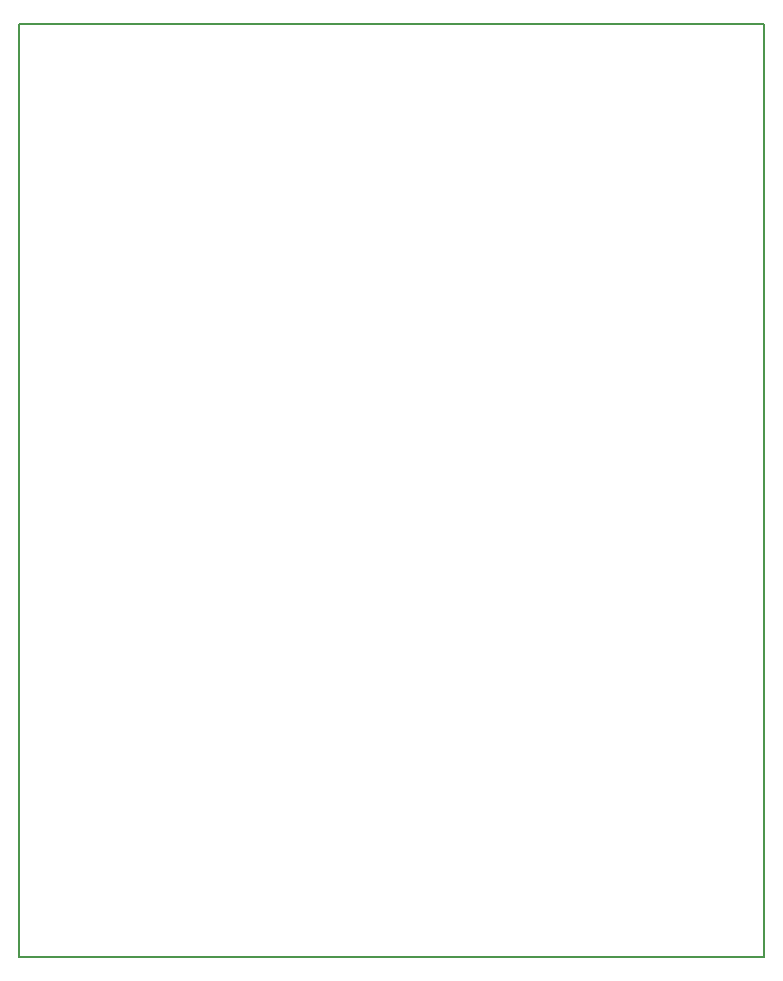
<source format=gbr>
%TF.GenerationSoftware,Novarm,DipTrace,3.3.1.3*%
%TF.CreationDate,2020-02-21T13:34:09+01:00*%
%FSLAX35Y35*%
%MOMM*%
%TF.FileFunction,Profile*%
%TF.Part,Single*%
%ADD11C,0.14*%
G75*
G01*
%LPD*%
X1000000Y8900000D2*
D11*
X7300000D1*
Y1000000D1*
X1000000D1*
Y8900000D1*
M02*

</source>
